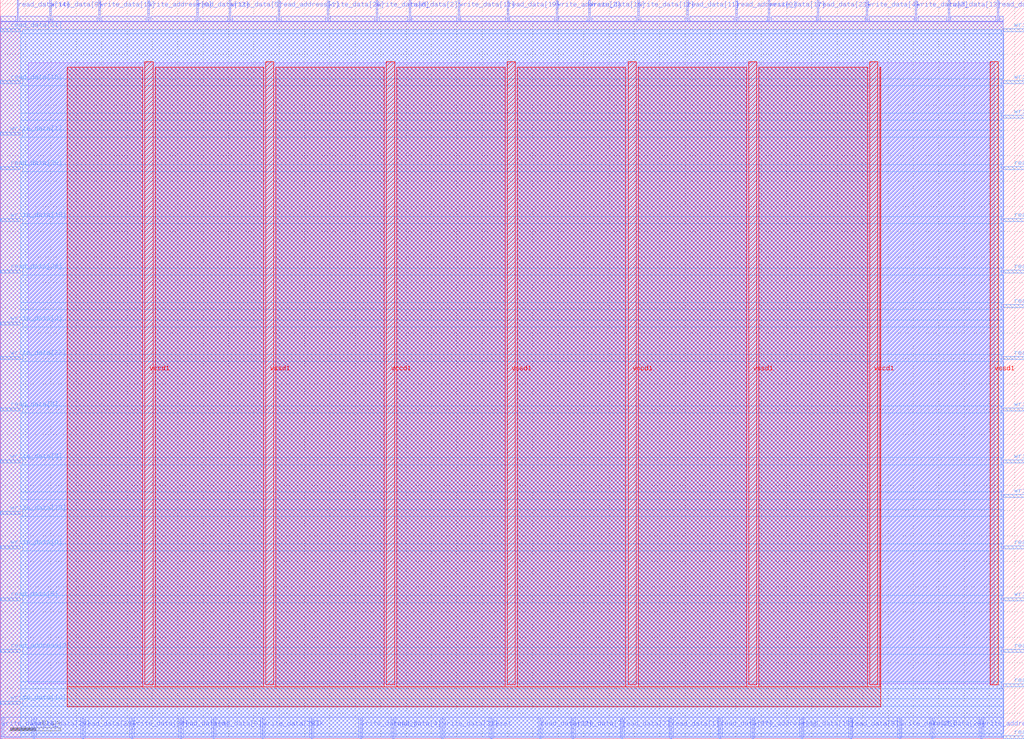
<source format=lef>
VERSION 5.7 ;
  NOWIREEXTENSIONATPIN ON ;
  DIVIDERCHAR "/" ;
  BUSBITCHARS "[]" ;
MACRO Scalar_Register_File
  CLASS BLOCK ;
  FOREIGN Scalar_Register_File ;
  ORIGIN 0.000 0.000 ;
  SIZE 201.830 BY 145.770 ;
  PIN clk
    DIRECTION INPUT ;
    USE SIGNAL ;
    PORT
      LAYER met2 ;
        RECT 61.270 0.000 61.550 4.000 ;
    END
  END clk
  PIN read_address[0]
    DIRECTION INPUT ;
    USE SIGNAL ;
    PORT
      LAYER met2 ;
        RECT 144.990 141.770 145.270 145.770 ;
    END
  END read_address[0]
  PIN read_address[1]
    DIRECTION INPUT ;
    USE SIGNAL ;
    PORT
      LAYER met2 ;
        RECT 54.830 141.770 55.110 145.770 ;
    END
  END read_address[1]
  PIN read_address[2]
    DIRECTION INPUT ;
    USE SIGNAL ;
    PORT
      LAYER met3 ;
        RECT 0.000 17.040 4.000 17.640 ;
    END
  END read_address[2]
  PIN read_address[3]
    DIRECTION INPUT ;
    USE SIGNAL ;
    PORT
      LAYER met3 ;
        RECT 197.830 91.840 201.830 92.440 ;
    END
  END read_address[3]
  PIN read_address[4]
    DIRECTION INPUT ;
    USE SIGNAL ;
    PORT
      LAYER met3 ;
        RECT 197.830 112.240 201.830 112.840 ;
    END
  END read_address[4]
  PIN read_data[0]
    DIRECTION OUTPUT TRISTATE ;
    USE SIGNAL ;
    PORT
      LAYER met2 ;
        RECT 41.950 0.000 42.230 4.000 ;
    END
  END read_data[0]
  PIN read_data[10]
    DIRECTION OUTPUT TRISTATE ;
    USE SIGNAL ;
    PORT
      LAYER met3 ;
        RECT 197.830 10.240 201.830 10.840 ;
    END
  END read_data[10]
  PIN read_data[11]
    DIRECTION OUTPUT TRISTATE ;
    USE SIGNAL ;
    PORT
      LAYER met2 ;
        RECT 135.330 141.770 135.610 145.770 ;
    END
  END read_data[11]
  PIN read_data[12]
    DIRECTION OUTPUT TRISTATE ;
    USE SIGNAL ;
    PORT
      LAYER met2 ;
        RECT 38.730 141.770 39.010 145.770 ;
    END
  END read_data[12]
  PIN read_data[13]
    DIRECTION OUTPUT TRISTATE ;
    USE SIGNAL ;
    PORT
      LAYER met2 ;
        RECT 186.850 141.770 187.130 145.770 ;
    END
  END read_data[13]
  PIN read_data[14]
    DIRECTION OUTPUT TRISTATE ;
    USE SIGNAL ;
    PORT
      LAYER met2 ;
        RECT 3.310 141.770 3.590 145.770 ;
    END
  END read_data[14]
  PIN read_data[15]
    DIRECTION OUTPUT TRISTATE ;
    USE SIGNAL ;
    PORT
      LAYER met2 ;
        RECT 157.870 0.000 158.150 4.000 ;
    END
  END read_data[15]
  PIN read_data[16]
    DIRECTION OUTPUT TRISTATE ;
    USE SIGNAL ;
    PORT
      LAYER met3 ;
        RECT 0.000 129.240 4.000 129.840 ;
    END
  END read_data[16]
  PIN read_data[17]
    DIRECTION OUTPUT TRISTATE ;
    USE SIGNAL ;
    PORT
      LAYER met3 ;
        RECT 197.830 37.440 201.830 38.040 ;
    END
  END read_data[17]
  PIN read_data[18]
    DIRECTION OUTPUT TRISTATE ;
    USE SIGNAL ;
    PORT
      LAYER met3 ;
        RECT 197.830 17.040 201.830 17.640 ;
    END
  END read_data[18]
  PIN read_data[19]
    DIRECTION OUTPUT TRISTATE ;
    USE SIGNAL ;
    PORT
      LAYER met2 ;
        RECT 99.910 141.770 100.190 145.770 ;
    END
  END read_data[19]
  PIN read_data[1]
    DIRECTION OUTPUT TRISTATE ;
    USE SIGNAL ;
    PORT
      LAYER met2 ;
        RECT 132.110 0.000 132.390 4.000 ;
    END
  END read_data[1]
  PIN read_data[20]
    DIRECTION OUTPUT TRISTATE ;
    USE SIGNAL ;
    PORT
      LAYER met2 ;
        RECT 196.510 141.770 196.790 145.770 ;
    END
  END read_data[20]
  PIN read_data[21]
    DIRECTION OUTPUT TRISTATE ;
    USE SIGNAL ;
    PORT
      LAYER met3 ;
        RECT 197.830 0.040 201.830 0.640 ;
    END
  END read_data[21]
  PIN read_data[22]
    DIRECTION OUTPUT TRISTATE ;
    USE SIGNAL ;
    PORT
      LAYER met2 ;
        RECT 106.350 0.000 106.630 4.000 ;
    END
  END read_data[22]
  PIN read_data[23]
    DIRECTION OUTPUT TRISTATE ;
    USE SIGNAL ;
    PORT
      LAYER met2 ;
        RECT 161.090 141.770 161.370 145.770 ;
    END
  END read_data[23]
  PIN read_data[24]
    DIRECTION OUTPUT TRISTATE ;
    USE SIGNAL ;
    PORT
      LAYER met3 ;
        RECT 0.000 91.840 4.000 92.440 ;
    END
  END read_data[24]
  PIN read_data[25]
    DIRECTION OUTPUT TRISTATE ;
    USE SIGNAL ;
    PORT
      LAYER met3 ;
        RECT 197.830 85.040 201.830 85.640 ;
    END
  END read_data[25]
  PIN read_data[26]
    DIRECTION OUTPUT TRISTATE ;
    USE SIGNAL ;
    PORT
      LAYER met3 ;
        RECT 197.830 102.040 201.830 102.640 ;
    END
  END read_data[26]
  PIN read_data[27]
    DIRECTION OUTPUT TRISTATE ;
    USE SIGNAL ;
    PORT
      LAYER met2 ;
        RECT 141.770 0.000 142.050 4.000 ;
    END
  END read_data[27]
  PIN read_data[28]
    DIRECTION OUTPUT TRISTATE ;
    USE SIGNAL ;
    PORT
      LAYER met2 ;
        RECT 183.630 0.000 183.910 4.000 ;
    END
  END read_data[28]
  PIN read_data[29]
    DIRECTION OUTPUT TRISTATE ;
    USE SIGNAL ;
    PORT
      LAYER met2 ;
        RECT 16.190 0.000 16.470 4.000 ;
    END
  END read_data[29]
  PIN read_data[2]
    DIRECTION OUTPUT TRISTATE ;
    USE SIGNAL ;
    PORT
      LAYER met2 ;
        RECT 80.590 141.770 80.870 145.770 ;
    END
  END read_data[2]
  PIN read_data[30]
    DIRECTION OUTPUT TRISTATE ;
    USE SIGNAL ;
    PORT
      LAYER met3 ;
        RECT 0.000 112.240 4.000 112.840 ;
    END
  END read_data[30]
  PIN read_data[31]
    DIRECTION OUTPUT TRISTATE ;
    USE SIGNAL ;
    PORT
      LAYER met3 ;
        RECT 0.000 139.440 4.000 140.040 ;
    END
  END read_data[31]
  PIN read_data[3]
    DIRECTION OUTPUT TRISTATE ;
    USE SIGNAL ;
    PORT
      LAYER met3 ;
        RECT 197.830 74.840 201.830 75.440 ;
    END
  END read_data[3]
  PIN read_data[4]
    DIRECTION OUTPUT TRISTATE ;
    USE SIGNAL ;
    PORT
      LAYER met2 ;
        RECT 77.370 0.000 77.650 4.000 ;
    END
  END read_data[4]
  PIN read_data[5]
    DIRECTION OUTPUT TRISTATE ;
    USE SIGNAL ;
    PORT
      LAYER met3 ;
        RECT 0.000 27.240 4.000 27.840 ;
    END
  END read_data[5]
  PIN read_data[6]
    DIRECTION OUTPUT TRISTATE ;
    USE SIGNAL ;
    PORT
      LAYER met2 ;
        RECT 35.510 0.000 35.790 4.000 ;
    END
  END read_data[6]
  PIN read_data[7]
    DIRECTION OUTPUT TRISTATE ;
    USE SIGNAL ;
    PORT
      LAYER met2 ;
        RECT 122.450 0.000 122.730 4.000 ;
    END
  END read_data[7]
  PIN read_data[8]
    DIRECTION OUTPUT TRISTATE ;
    USE SIGNAL ;
    PORT
      LAYER met3 ;
        RECT 0.000 64.640 4.000 65.240 ;
    END
  END read_data[8]
  PIN read_data[9]
    DIRECTION OUTPUT TRISTATE ;
    USE SIGNAL ;
    PORT
      LAYER met2 ;
        RECT 167.530 0.000 167.810 4.000 ;
    END
  END read_data[9]
  PIN reset
    DIRECTION INPUT ;
    USE SIGNAL ;
    PORT
      LAYER met2 ;
        RECT 96.690 0.000 96.970 4.000 ;
    END
  END reset
  PIN vccd1
    DIRECTION INOUT ;
    USE POWER ;
    PORT
      LAYER met4 ;
        RECT 28.525 10.640 30.125 133.520 ;
    END
    PORT
      LAYER met4 ;
        RECT 76.135 10.640 77.735 133.520 ;
    END
    PORT
      LAYER met4 ;
        RECT 123.745 10.640 125.345 133.520 ;
    END
    PORT
      LAYER met4 ;
        RECT 171.355 10.640 172.955 133.520 ;
    END
  END vccd1
  PIN vssd1
    DIRECTION INOUT ;
    USE GROUND ;
    PORT
      LAYER met4 ;
        RECT 52.330 10.640 53.930 133.520 ;
    END
    PORT
      LAYER met4 ;
        RECT 99.940 10.640 101.540 133.520 ;
    END
    PORT
      LAYER met4 ;
        RECT 147.550 10.640 149.150 133.520 ;
    END
    PORT
      LAYER met4 ;
        RECT 195.160 10.640 196.760 133.520 ;
    END
  END vssd1
  PIN write_address[0]
    DIRECTION INPUT ;
    USE SIGNAL ;
    PORT
      LAYER met2 ;
        RECT 29.070 141.770 29.350 145.770 ;
    END
  END write_address[0]
  PIN write_address[1]
    DIRECTION INPUT ;
    USE SIGNAL ;
    PORT
      LAYER met2 ;
        RECT 148.210 0.000 148.490 4.000 ;
    END
  END write_address[1]
  PIN write_address[2]
    DIRECTION INPUT ;
    USE SIGNAL ;
    PORT
      LAYER met2 ;
        RECT 109.570 141.770 109.850 145.770 ;
    END
  END write_address[2]
  PIN write_address[3]
    DIRECTION INPUT ;
    USE SIGNAL ;
    PORT
      LAYER met2 ;
        RECT 193.290 0.000 193.570 4.000 ;
    END
  END write_address[3]
  PIN write_address[4]
    DIRECTION INPUT ;
    USE SIGNAL ;
    PORT
      LAYER met3 ;
        RECT 197.830 27.240 201.830 27.840 ;
    END
  END write_address[4]
  PIN write_data[0]
    DIRECTION INPUT ;
    USE SIGNAL ;
    PORT
      LAYER met3 ;
        RECT 0.000 37.440 4.000 38.040 ;
    END
  END write_data[0]
  PIN write_data[10]
    DIRECTION INPUT ;
    USE SIGNAL ;
    PORT
      LAYER met3 ;
        RECT 0.000 6.840 4.000 7.440 ;
    END
  END write_data[10]
  PIN write_data[11]
    DIRECTION INPUT ;
    USE SIGNAL ;
    PORT
      LAYER met2 ;
        RECT 90.250 141.770 90.530 145.770 ;
    END
  END write_data[11]
  PIN write_data[12]
    DIRECTION INPUT ;
    USE SIGNAL ;
    PORT
      LAYER met2 ;
        RECT 125.670 141.770 125.950 145.770 ;
    END
  END write_data[12]
  PIN write_data[13]
    DIRECTION INPUT ;
    USE SIGNAL ;
    PORT
      LAYER met2 ;
        RECT 19.410 141.770 19.690 145.770 ;
    END
  END write_data[13]
  PIN write_data[14]
    DIRECTION INPUT ;
    USE SIGNAL ;
    PORT
      LAYER met2 ;
        RECT 0.090 0.000 0.370 4.000 ;
    END
  END write_data[14]
  PIN write_data[15]
    DIRECTION INPUT ;
    USE SIGNAL ;
    PORT
      LAYER met3 ;
        RECT 0.000 102.040 4.000 102.640 ;
    END
  END write_data[15]
  PIN write_data[16]
    DIRECTION INPUT ;
    USE SIGNAL ;
    PORT
      LAYER met2 ;
        RECT 116.010 141.770 116.290 145.770 ;
    END
  END write_data[16]
  PIN write_data[17]
    DIRECTION INPUT ;
    USE SIGNAL ;
    PORT
      LAYER met2 ;
        RECT 151.430 141.770 151.710 145.770 ;
    END
  END write_data[17]
  PIN write_data[18]
    DIRECTION INPUT ;
    USE SIGNAL ;
    PORT
      LAYER met3 ;
        RECT 197.830 139.440 201.830 140.040 ;
    END
  END write_data[18]
  PIN write_data[19]
    DIRECTION INPUT ;
    USE SIGNAL ;
    PORT
      LAYER met3 ;
        RECT 0.000 44.240 4.000 44.840 ;
    END
  END write_data[19]
  PIN write_data[1]
    DIRECTION INPUT ;
    USE SIGNAL ;
    PORT
      LAYER met3 ;
        RECT 0.000 119.040 4.000 119.640 ;
    END
  END write_data[1]
  PIN write_data[20]
    DIRECTION INPUT ;
    USE SIGNAL ;
    PORT
      LAYER met2 ;
        RECT 6.530 0.000 6.810 4.000 ;
    END
  END write_data[20]
  PIN write_data[21]
    DIRECTION INPUT ;
    USE SIGNAL ;
    PORT
      LAYER met3 ;
        RECT 197.830 129.240 201.830 129.840 ;
    END
  END write_data[21]
  PIN write_data[22]
    DIRECTION INPUT ;
    USE SIGNAL ;
    PORT
      LAYER met3 ;
        RECT 0.000 74.840 4.000 75.440 ;
    END
  END write_data[22]
  PIN write_data[23]
    DIRECTION INPUT ;
    USE SIGNAL ;
    PORT
      LAYER met2 ;
        RECT 70.930 0.000 71.210 4.000 ;
    END
  END write_data[23]
  PIN write_data[24]
    DIRECTION INPUT ;
    USE SIGNAL ;
    PORT
      LAYER met3 ;
        RECT 197.830 122.440 201.830 123.040 ;
    END
  END write_data[24]
  PIN write_data[25]
    DIRECTION INPUT ;
    USE SIGNAL ;
    PORT
      LAYER met2 ;
        RECT 177.190 0.000 177.470 4.000 ;
    END
  END write_data[25]
  PIN write_data[26]
    DIRECTION INPUT ;
    USE SIGNAL ;
    PORT
      LAYER met2 ;
        RECT 64.490 141.770 64.770 145.770 ;
    END
  END write_data[26]
  PIN write_data[27]
    DIRECTION INPUT ;
    USE SIGNAL ;
    PORT
      LAYER met3 ;
        RECT 197.830 54.440 201.830 55.040 ;
    END
  END write_data[27]
  PIN write_data[28]
    DIRECTION INPUT ;
    USE SIGNAL ;
    PORT
      LAYER met2 ;
        RECT 25.850 0.000 26.130 4.000 ;
    END
  END write_data[28]
  PIN write_data[29]
    DIRECTION INPUT ;
    USE SIGNAL ;
    PORT
      LAYER met2 ;
        RECT 51.610 0.000 51.890 4.000 ;
    END
  END write_data[29]
  PIN write_data[2]
    DIRECTION INPUT ;
    USE SIGNAL ;
    PORT
      LAYER met3 ;
        RECT 0.000 81.640 4.000 82.240 ;
    END
  END write_data[2]
  PIN write_data[30]
    DIRECTION INPUT ;
    USE SIGNAL ;
    PORT
      LAYER met3 ;
        RECT 197.830 64.640 201.830 65.240 ;
    END
  END write_data[30]
  PIN write_data[31]
    DIRECTION INPUT ;
    USE SIGNAL ;
    PORT
      LAYER met2 ;
        RECT 87.030 0.000 87.310 4.000 ;
    END
  END write_data[31]
  PIN write_data[3]
    DIRECTION INPUT ;
    USE SIGNAL ;
    PORT
      LAYER met2 ;
        RECT 180.410 141.770 180.690 145.770 ;
    END
  END write_data[3]
  PIN write_data[4]
    DIRECTION INPUT ;
    USE SIGNAL ;
    PORT
      LAYER met2 ;
        RECT 170.750 141.770 171.030 145.770 ;
    END
  END write_data[4]
  PIN write_data[5]
    DIRECTION INPUT ;
    USE SIGNAL ;
    PORT
      LAYER met2 ;
        RECT 45.170 141.770 45.450 145.770 ;
    END
  END write_data[5]
  PIN write_data[6]
    DIRECTION INPUT ;
    USE SIGNAL ;
    PORT
      LAYER met2 ;
        RECT 74.150 141.770 74.430 145.770 ;
    END
  END write_data[6]
  PIN write_data[7]
    DIRECTION INPUT ;
    USE SIGNAL ;
    PORT
      LAYER met2 ;
        RECT 112.790 0.000 113.070 4.000 ;
    END
  END write_data[7]
  PIN write_data[8]
    DIRECTION INPUT ;
    USE SIGNAL ;
    PORT
      LAYER met3 ;
        RECT 0.000 54.440 4.000 55.040 ;
    END
  END write_data[8]
  PIN write_data[9]
    DIRECTION INPUT ;
    USE SIGNAL ;
    PORT
      LAYER met2 ;
        RECT 9.750 141.770 10.030 145.770 ;
    END
  END write_data[9]
  PIN write_enable
    DIRECTION INPUT ;
    USE SIGNAL ;
    PORT
      LAYER met3 ;
        RECT 197.830 47.640 201.830 48.240 ;
    END
  END write_enable
  OBS
      LAYER li1 ;
        RECT 5.520 10.795 195.960 133.365 ;
      LAYER met1 ;
        RECT 0.070 0.380 197.730 141.400 ;
      LAYER met2 ;
        RECT 0.100 141.490 3.030 142.530 ;
        RECT 3.870 141.490 9.470 142.530 ;
        RECT 10.310 141.490 19.130 142.530 ;
        RECT 19.970 141.490 28.790 142.530 ;
        RECT 29.630 141.490 38.450 142.530 ;
        RECT 39.290 141.490 44.890 142.530 ;
        RECT 45.730 141.490 54.550 142.530 ;
        RECT 55.390 141.490 64.210 142.530 ;
        RECT 65.050 141.490 73.870 142.530 ;
        RECT 74.710 141.490 80.310 142.530 ;
        RECT 81.150 141.490 89.970 142.530 ;
        RECT 90.810 141.490 99.630 142.530 ;
        RECT 100.470 141.490 109.290 142.530 ;
        RECT 110.130 141.490 115.730 142.530 ;
        RECT 116.570 141.490 125.390 142.530 ;
        RECT 126.230 141.490 135.050 142.530 ;
        RECT 135.890 141.490 144.710 142.530 ;
        RECT 145.550 141.490 151.150 142.530 ;
        RECT 151.990 141.490 160.810 142.530 ;
        RECT 161.650 141.490 170.470 142.530 ;
        RECT 171.310 141.490 180.130 142.530 ;
        RECT 180.970 141.490 186.570 142.530 ;
        RECT 187.410 141.490 196.230 142.530 ;
        RECT 197.070 141.490 197.700 142.530 ;
        RECT 0.100 4.280 197.700 141.490 ;
        RECT 0.650 0.155 6.250 4.280 ;
        RECT 7.090 0.155 15.910 4.280 ;
        RECT 16.750 0.155 25.570 4.280 ;
        RECT 26.410 0.155 35.230 4.280 ;
        RECT 36.070 0.155 41.670 4.280 ;
        RECT 42.510 0.155 51.330 4.280 ;
        RECT 52.170 0.155 60.990 4.280 ;
        RECT 61.830 0.155 70.650 4.280 ;
        RECT 71.490 0.155 77.090 4.280 ;
        RECT 77.930 0.155 86.750 4.280 ;
        RECT 87.590 0.155 96.410 4.280 ;
        RECT 97.250 0.155 106.070 4.280 ;
        RECT 106.910 0.155 112.510 4.280 ;
        RECT 113.350 0.155 122.170 4.280 ;
        RECT 123.010 0.155 131.830 4.280 ;
        RECT 132.670 0.155 141.490 4.280 ;
        RECT 142.330 0.155 147.930 4.280 ;
        RECT 148.770 0.155 157.590 4.280 ;
        RECT 158.430 0.155 167.250 4.280 ;
        RECT 168.090 0.155 176.910 4.280 ;
        RECT 177.750 0.155 183.350 4.280 ;
        RECT 184.190 0.155 193.010 4.280 ;
        RECT 193.850 0.155 197.700 4.280 ;
      LAYER met3 ;
        RECT 4.400 139.040 197.430 139.905 ;
        RECT 4.000 130.240 197.830 139.040 ;
        RECT 4.400 128.840 197.430 130.240 ;
        RECT 4.000 123.440 197.830 128.840 ;
        RECT 4.000 122.040 197.430 123.440 ;
        RECT 4.000 120.040 197.830 122.040 ;
        RECT 4.400 118.640 197.830 120.040 ;
        RECT 4.000 113.240 197.830 118.640 ;
        RECT 4.400 111.840 197.430 113.240 ;
        RECT 4.000 103.040 197.830 111.840 ;
        RECT 4.400 101.640 197.430 103.040 ;
        RECT 4.000 92.840 197.830 101.640 ;
        RECT 4.400 91.440 197.430 92.840 ;
        RECT 4.000 86.040 197.830 91.440 ;
        RECT 4.000 84.640 197.430 86.040 ;
        RECT 4.000 82.640 197.830 84.640 ;
        RECT 4.400 81.240 197.830 82.640 ;
        RECT 4.000 75.840 197.830 81.240 ;
        RECT 4.400 74.440 197.430 75.840 ;
        RECT 4.000 65.640 197.830 74.440 ;
        RECT 4.400 64.240 197.430 65.640 ;
        RECT 4.000 55.440 197.830 64.240 ;
        RECT 4.400 54.040 197.430 55.440 ;
        RECT 4.000 48.640 197.830 54.040 ;
        RECT 4.000 47.240 197.430 48.640 ;
        RECT 4.000 45.240 197.830 47.240 ;
        RECT 4.400 43.840 197.830 45.240 ;
        RECT 4.000 38.440 197.830 43.840 ;
        RECT 4.400 37.040 197.430 38.440 ;
        RECT 4.000 28.240 197.830 37.040 ;
        RECT 4.400 26.840 197.430 28.240 ;
        RECT 4.000 18.040 197.830 26.840 ;
        RECT 4.400 16.640 197.430 18.040 ;
        RECT 4.000 11.240 197.830 16.640 ;
        RECT 4.000 9.840 197.430 11.240 ;
        RECT 4.000 7.840 197.830 9.840 ;
        RECT 4.400 6.440 197.830 7.840 ;
        RECT 4.000 1.040 197.830 6.440 ;
        RECT 4.000 0.175 197.430 1.040 ;
      LAYER met4 ;
        RECT 13.175 10.240 28.125 132.425 ;
        RECT 30.525 10.240 51.930 132.425 ;
        RECT 54.330 10.240 75.735 132.425 ;
        RECT 78.135 10.240 99.540 132.425 ;
        RECT 101.940 10.240 123.345 132.425 ;
        RECT 125.745 10.240 147.150 132.425 ;
        RECT 149.550 10.240 170.955 132.425 ;
        RECT 173.355 10.240 173.585 132.425 ;
        RECT 13.175 6.295 173.585 10.240 ;
  END
END Scalar_Register_File
END LIBRARY


</source>
